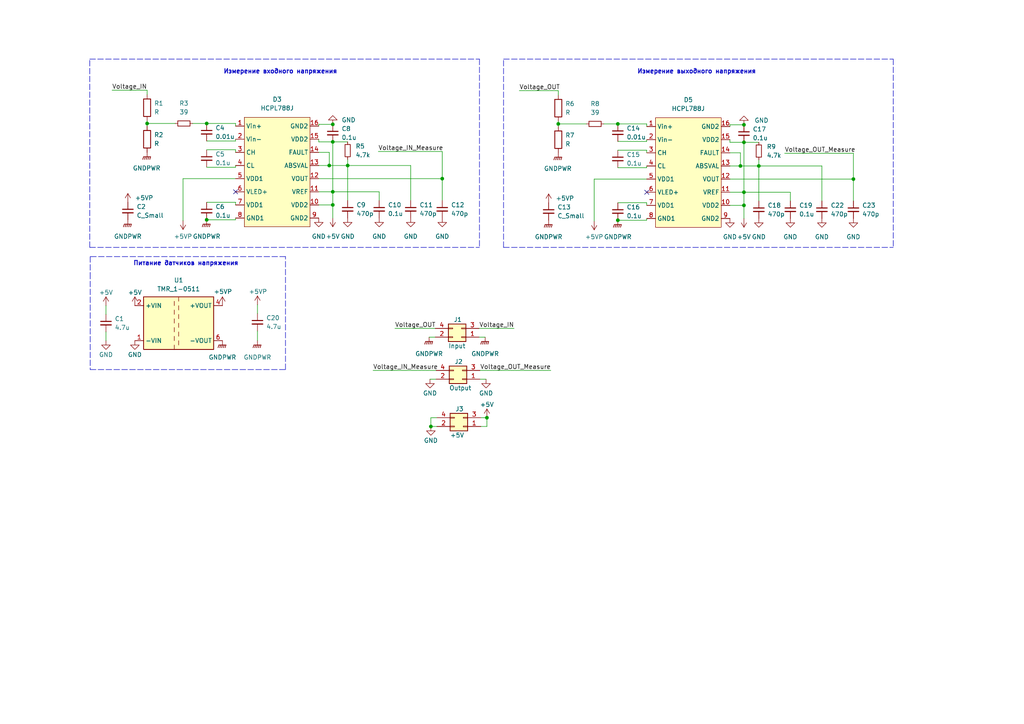
<source format=kicad_sch>
(kicad_sch (version 20211123) (generator eeschema)
  (paper "A4")
  (lib_symbols
    (symbol "Connector_Generic:Conn_02x02_Odd_Even" (pin_names (offset 1.016) hide)
      (property "Reference" "J" (at 1.27 2.54 0))
      (property "Value" "Conn_02x02_Odd_Even" (at 1.27 -5.08 0))
      (symbol "Conn_02x02_Odd_Even_1_1"
        (rectangle (start -1.27 -2.413) (end 0 -2.667) (stroke (width 0.1524)))
        (rectangle (start -1.27 0.127) (end 0 -0.127) (stroke (width 0.1524)))
        (rectangle (start -1.27 1.27) (end 3.81 -3.81) (stroke (width 0.254)) (fill (type background)))
        (rectangle (start 3.81 -2.413) (end 2.54 -2.667) (stroke (width 0.1524)))
        (rectangle (start 3.81 0.127) (end 2.54 -0.127) (stroke (width 0.1524)))
        (pin passive line (at -5.08 0 0) (length 3.81) (name "Pin_1") (number "1"))
        (pin passive line (at 7.62 0 180) (length 3.81) (name "Pin_2") (number "2"))
        (pin passive line (at -5.08 -2.54 0) (length 3.81) (name "Pin_3") (number "3"))
        (pin passive line (at 7.62 -2.54 180) (length 3.81) (name "Pin_4") (number "4"))
      )
    )
    (symbol "Device:C_Small" (pin_numbers hide) (pin_names (offset 0.254) hide)
      (property "Reference" "C" (at 0.254 1.778 0))
      (property "Value" "C_Small" (at 0.254 -2.032 0))
      (symbol "C_Small_0_1"
        (polyline (pts (xy -1.524 -0.508) (xy 1.524 -0.508)) (stroke (width 0.3302)))
        (polyline (pts (xy -1.524 0.508) (xy 1.524 0.508)) (stroke (width 0.3048)))
      )
      (symbol "C_Small_1_1"
        (pin passive line (at 0 2.54 270) (length 2.032) (name "~") (number "1"))
        (pin passive line (at 0 -2.54 90) (length 2.032) (name "~") (number "2"))
      )
    )
    (symbol "Device:R" (pin_numbers hide) (pin_names (offset 0))
      (property "Reference" "R" (at 2.032 0 90))
      (property "Value" "R" (at 0 0 90))
      (symbol "R_0_1"
        (rectangle (start -1.016 -2.54) (end 1.016 2.54) (stroke (width 0.254)))
      )
      (symbol "R_1_1"
        (pin passive line (at 0 3.81 270) (length 1.27) (name "~") (number "1"))
        (pin passive line (at 0 -3.81 90) (length 1.27) (name "~") (number "2"))
      )
    )
    (symbol "Device:R_Small" (pin_numbers hide) (pin_names (offset 0.254) hide)
      (property "Reference" "R" (at 0.762 0.508 0))
      (property "Value" "R_Small" (at 0.762 -1.016 0))
      (symbol "R_Small_0_1"
        (rectangle (start -0.762 1.778) (end 0.762 -1.778) (stroke (width 0.2032)))
      )
      (symbol "R_Small_1_1"
        (pin passive line (at 0 2.54 270) (length 0.762) (name "~") (number "1"))
        (pin passive line (at 0 -2.54 90) (length 0.762) (name "~") (number "2"))
      )
    )
    (symbol "HCPL:HCPL788J"
      (property "Reference" "D" (at 0 3.81 0))
      (property "Value" "HCPL788J" (at 0 1.27 0))
      (symbol "HCPL788J_0_1"
        (rectangle (start -10.16 0) (end 8.89 -31.75) (fill (type background)))
      )
      (symbol "HCPL788J_1_1"
        (pin input line (at -12.7 -2.54 0) (length 2.54) (name "Vin+") (number "1"))
        (pin input line (at 11.43 -25.4 180) (length 2.54) (name "VDD2") (number "10"))
        (pin input line (at 11.43 -21.59 180) (length 2.54) (name "VREF") (number "11"))
        (pin input line (at 11.43 -17.78 180) (length 2.54) (name "VOUT") (number "12"))
        (pin input line (at 11.43 -13.97 180) (length 2.54) (name "ABSVAL") (number "13"))
        (pin input line (at 11.43 -10.16 180) (length 2.54) (name "FAULT") (number "14"))
        (pin input line (at 11.43 -6.35 180) (length 2.54) (name "VDD2") (number "15"))
        (pin input line (at 11.43 -2.54 180) (length 2.54) (name "GND2") (number "16"))
        (pin input line (at -12.7 -6.35 0) (length 2.54) (name "Vin-") (number "2"))
        (pin input line (at -12.7 -10.16 0) (length 2.54) (name "CH") (number "3"))
        (pin input line (at -12.7 -13.97 0) (length 2.54) (name "CL") (number "4"))
        (pin input line (at -12.7 -17.78 0) (length 2.54) (name "VDD1") (number "5"))
        (pin input line (at -12.7 -21.59 0) (length 2.54) (name "VLED+") (number "6"))
        (pin input line (at -12.7 -25.4 0) (length 2.54) (name "VDD1") (number "7"))
        (pin input line (at -12.7 -29.21 0) (length 2.54) (name "GND1") (number "8"))
        (pin input line (at 11.43 -29.21 180) (length 2.54) (name "GND2") (number "9"))
      )
    )
    (symbol "Regulator_Switching:TMR_1-0511"
      (property "Reference" "U" (at -8.89 8.89 0))
      (property "Value" "TMR_1-0511" (at 10.16 8.89 0))
      (symbol "TMR_1-0511_0_1"
        (rectangle (start -10.16 7.62) (end 10.16 -7.62) (stroke (width 0.254)) (fill (type background)))
        (polyline (pts (xy -1.27 -7.62) (xy -1.27 -6.35)))
        (polyline (pts (xy -1.27 -5.08) (xy -1.27 -3.81)))
        (polyline (pts (xy -1.27 -2.54) (xy -1.27 -1.27)))
        (polyline (pts (xy -1.27 0) (xy -1.27 1.27)))
        (polyline (pts (xy -1.27 2.54) (xy -1.27 3.81)))
        (polyline (pts (xy -1.27 5.08) (xy -1.27 6.35)))
        (polyline (pts (xy 0 -5.08) (xy 0 -6.35)))
        (polyline (pts (xy 0 -2.54) (xy 0 -3.81)))
        (polyline (pts (xy 0 0) (xy 0 -1.27)))
        (polyline (pts (xy 0 2.54) (xy 0 1.27)))
        (polyline (pts (xy 0 5.08) (xy 0 3.81)))
        (polyline (pts (xy 0 7.62) (xy 0 6.35)))
      )
      (symbol "TMR_1-0511_1_1"
        (pin power_in line (at -12.7 -5.08 0) (length 2.54) (name "-VIN") (number "1"))
        (pin power_in line (at -12.7 5.08 0) (length 2.54) (name "+VIN") (number "2"))
        (pin power_out line (at 12.7 5.08 180) (length 2.54) (name "+VOUT") (number "4"))
        (pin power_out line (at 12.7 -5.08 180) (length 2.54) (name "-VOUT") (number "6"))
      )
    )
    (symbol "power:+5V" (power) (pin_names (offset 0))
      (property "Value" "+5V" (at 0 3.556 0))
      (symbol "+5V_0_1"
        (polyline (pts (xy -0.762 1.27) (xy 0 2.54)))
        (polyline (pts (xy 0 0) (xy 0 2.54)))
        (polyline (pts (xy 0 2.54) (xy 0.762 1.27)))
      )
      (symbol "+5V_1_1"
        (pin power_in line (at 0 0 90) (length 0) hide (name "+5V") (number "1"))
      )
    )
    (symbol "power:+5VP" (power) (pin_names (offset 0))
      (property "Value" "+5VP" (at 0 3.556 0))
      (symbol "+5VP_0_1"
        (polyline (pts (xy -0.762 1.27) (xy 0 2.54)))
        (polyline (pts (xy 0 0) (xy 0 2.54)))
        (polyline (pts (xy 0 2.54) (xy 0.762 1.27)))
      )
      (symbol "+5VP_1_1"
        (pin power_in line (at 0 0 90) (length 0) hide (name "+5VP") (number "1"))
      )
    )
    (symbol "power:GND" (power) (pin_names (offset 0))
      (property "Value" "GND" (at 0 -3.81 0))
      (symbol "GND_0_1"
        (polyline (pts (xy 0 0) (xy 0 -1.27) (xy 1.27 -1.27) (xy 0 -2.54) (xy -1.27 -1.27) (xy 0 -1.27)))
      )
      (symbol "GND_1_1"
        (pin power_in line (at 0 0 270) (length 0) hide (name "GND") (number "1"))
      )
    )
    (symbol "power:GNDPWR" (power) (pin_names (offset 0))
      (property "Value" "GNDPWR" (at 0 -3.302 0))
      (symbol "GNDPWR_0_1"
        (polyline (pts (xy 0 -1.27) (xy 0 0)))
        (polyline (pts (xy -1.016 -1.27) (xy -1.27 -2.032) (xy -1.27 -2.032)) (stroke (width 0.2032)))
        (polyline (pts (xy -0.508 -1.27) (xy -0.762 -2.032) (xy -0.762 -2.032)) (stroke (width 0.2032)))
        (polyline (pts (xy 0 -1.27) (xy -0.254 -2.032) (xy -0.254 -2.032)) (stroke (width 0.2032)))
        (polyline (pts (xy 0.508 -1.27) (xy 0.254 -2.032) (xy 0.254 -2.032)) (stroke (width 0.2032)))
        (polyline (pts (xy 1.016 -1.27) (xy -1.016 -1.27) (xy -1.016 -1.27)) (stroke (width 0.2032)))
        (polyline (pts (xy 1.016 -1.27) (xy 0.762 -2.032) (xy 0.762 -2.032) (xy 0.762 -2.032)) (stroke (width 0.2032)))
      )
      (symbol "GNDPWR_1_1"
        (pin power_in line (at 0 0 270) (length 0) hide (name "GNDPWR") (number "1"))
      )
    )
  )
  (junction (at 214.757 48.133))
  (junction (at 96.52 55.626))
  (junction (at 95.504 48.006))
  (junction (at 59.944 63.754))
  (junction (at 179.197 63.881))
  (junction (at 179.197 35.941))
  (junction (at 100.838 48.006))
  (junction (at 128.27 51.816))
  (junction (at 215.773 59.563))
  (junction (at 161.925 35.941))
  (junction (at 96.52 36.068))
  (junction (at 215.773 55.753))
  (junction (at 59.944 35.814))
  (junction (at 124.968 123.698))
  (junction (at 247.523 51.943))
  (junction (at 215.773 41.275))
  (junction (at 215.773 36.195))
  (junction (at 42.672 35.814))
  (junction (at 220.091 48.133))
  (junction (at 141.224 121.158))
  (junction (at 96.52 41.148))
  (junction (at 96.52 59.436))
  (no_connect (at 68.326 55.626))
  (no_connect (at 187.579 55.753))
  (wire (pts (xy 214.757 48.133) (xy 220.091 48.133)))
  (wire (pts (xy 215.773 55.753) (xy 215.773 59.563)))
  (wire (pts (xy 108.204 107.442) (xy 126.492 107.442)))
  (wire (pts (xy 211.709 51.943) (xy 247.523 51.943)))
  (wire (pts (xy 139.192 109.982) (xy 140.97 109.982)))
  (wire (pts (xy 68.326 48.514) (xy 68.326 48.006)))
  (wire (pts (xy 179.197 63.881) (xy 187.579 63.881)))
  (wire (pts (xy 100.838 48.006) (xy 119.126 48.006)))
  (wire (pts (xy 124.968 123.698) (xy 124.968 121.158)))
  (wire (pts (xy 109.728 43.942) (xy 128.27 43.942)))
  (wire (pts (xy 128.27 51.816) (xy 128.27 58.166)))
  (wire (pts (xy 95.504 48.006) (xy 100.838 48.006)))
  (wire (pts (xy 141.224 121.158) (xy 141.224 123.698)))
  (wire (pts (xy 220.091 46.355) (xy 220.091 48.133)))
  (wire (pts (xy 100.838 48.006) (xy 100.838 58.166)))
  (wire (pts (xy 179.197 58.801) (xy 187.579 58.801)))
  (wire (pts (xy 175.133 35.941) (xy 179.197 35.941)))
  (wire (pts (xy 68.326 35.814) (xy 68.326 36.576)))
  (wire (pts (xy 53.086 64.008) (xy 53.086 51.816)))
  (polyline (pts (xy 26.035 71.755) (xy 26.035 17.145)))
  (wire (pts (xy 32.512 26.162) (xy 42.672 26.162)))
  (wire (pts (xy 42.672 35.814) (xy 42.672 36.576)))
  (wire (pts (xy 30.734 96.266) (xy 30.734 98.806)))
  (wire (pts (xy 161.925 35.941) (xy 170.053 35.941)))
  (wire (pts (xy 161.925 26.289) (xy 161.925 27.559)))
  (wire (pts (xy 68.326 63.754) (xy 68.326 63.246)))
  (wire (pts (xy 139.446 121.158) (xy 141.224 121.158)))
  (wire (pts (xy 128.27 43.942) (xy 128.27 51.816)))
  (wire (pts (xy 92.456 59.436) (xy 96.52 59.436)))
  (wire (pts (xy 247.523 51.943) (xy 247.523 58.293)))
  (wire (pts (xy 215.773 59.563) (xy 215.773 63.373)))
  (polyline (pts (xy 146.05 17.145) (xy 259.08 17.145)))
  (wire (pts (xy 95.504 44.196) (xy 95.504 48.006)))
  (wire (pts (xy 59.944 35.814) (xy 68.326 35.814)))
  (wire (pts (xy 215.773 41.275) (xy 215.773 55.753)))
  (wire (pts (xy 59.944 58.674) (xy 68.326 58.674)))
  (wire (pts (xy 161.925 35.179) (xy 161.925 35.941)))
  (polyline (pts (xy 26.035 17.145) (xy 139.065 17.145)))
  (wire (pts (xy 139.192 107.442) (xy 159.766 107.442)))
  (wire (pts (xy 68.326 40.894) (xy 68.326 40.386)))
  (wire (pts (xy 59.944 40.894) (xy 68.326 40.894)))
  (wire (pts (xy 138.938 97.79) (xy 140.716 97.79)))
  (wire (pts (xy 126.492 109.982) (xy 124.714 109.982)))
  (wire (pts (xy 96.52 36.068) (xy 92.456 36.068)))
  (wire (pts (xy 96.52 55.626) (xy 109.982 55.626)))
  (wire (pts (xy 96.52 41.148) (xy 100.838 41.148)))
  (wire (pts (xy 187.579 41.021) (xy 187.579 40.513)))
  (wire (pts (xy 109.982 55.626) (xy 109.982 58.166)))
  (wire (pts (xy 211.709 48.133) (xy 214.757 48.133)))
  (wire (pts (xy 139.446 123.698) (xy 141.224 123.698)))
  (wire (pts (xy 220.091 48.133) (xy 220.091 58.293)))
  (wire (pts (xy 68.326 43.434) (xy 68.326 44.196)))
  (wire (pts (xy 92.456 44.196) (xy 95.504 44.196)))
  (wire (pts (xy 172.339 64.135) (xy 172.339 51.943)))
  (polyline (pts (xy 259.08 17.145) (xy 259.08 71.755)))
  (polyline (pts (xy 82.804 74.422) (xy 26.162 74.422)))
  (wire (pts (xy 59.944 43.434) (xy 68.326 43.434)))
  (wire (pts (xy 211.709 59.563) (xy 215.773 59.563)))
  (wire (pts (xy 114.554 95.25) (xy 126.238 95.25)))
  (wire (pts (xy 214.757 44.323) (xy 214.757 48.133)))
  (wire (pts (xy 92.456 48.006) (xy 95.504 48.006)))
  (wire (pts (xy 68.326 58.674) (xy 68.326 59.436)))
  (wire (pts (xy 215.773 55.753) (xy 229.235 55.753)))
  (wire (pts (xy 161.925 35.941) (xy 161.925 36.703)))
  (wire (pts (xy 211.709 44.323) (xy 214.757 44.323)))
  (wire (pts (xy 74.676 96.012) (xy 74.676 98.806)))
  (wire (pts (xy 138.938 95.25) (xy 149.098 95.25)))
  (polyline (pts (xy 26.162 79.248) (xy 26.162 107.188)))
  (wire (pts (xy 59.944 63.754) (xy 68.326 63.754)))
  (wire (pts (xy 42.672 35.052) (xy 42.672 35.814)))
  (polyline (pts (xy 146.05 71.755) (xy 146.05 17.145)))
  (wire (pts (xy 92.456 51.816) (xy 128.27 51.816)))
  (wire (pts (xy 42.672 26.162) (xy 42.672 27.432)))
  (wire (pts (xy 96.52 41.148) (xy 92.456 41.148)))
  (polyline (pts (xy 26.035 71.755) (xy 139.065 71.755)))
  (wire (pts (xy 119.126 48.006) (xy 119.126 58.166)))
  (wire (pts (xy 96.52 59.436) (xy 96.52 63.246)))
  (wire (pts (xy 220.091 48.133) (xy 238.379 48.133)))
  (wire (pts (xy 124.968 121.158) (xy 126.746 121.158)))
  (wire (pts (xy 92.456 55.626) (xy 96.52 55.626)))
  (wire (pts (xy 96.52 41.148) (xy 96.52 55.626)))
  (wire (pts (xy 92.456 41.148) (xy 92.456 40.386)))
  (wire (pts (xy 238.379 48.133) (xy 238.379 58.293)))
  (wire (pts (xy 187.579 63.881) (xy 187.579 63.373)))
  (polyline (pts (xy 82.804 107.188) (xy 82.804 74.422)))
  (wire (pts (xy 179.197 43.561) (xy 187.579 43.561)))
  (wire (pts (xy 150.622 26.289) (xy 161.925 26.289)))
  (wire (pts (xy 74.676 88.392) (xy 74.676 90.932)))
  (wire (pts (xy 179.197 35.941) (xy 187.579 35.941)))
  (wire (pts (xy 179.197 48.641) (xy 187.579 48.641)))
  (wire (pts (xy 172.339 51.943) (xy 187.579 51.943)))
  (wire (pts (xy 215.773 41.275) (xy 220.091 41.275)))
  (wire (pts (xy 59.944 48.514) (xy 68.326 48.514)))
  (polyline (pts (xy 26.162 74.422) (xy 26.162 79.248)))
  (wire (pts (xy 187.579 35.941) (xy 187.579 36.703)))
  (wire (pts (xy 30.734 88.646) (xy 30.734 91.186)))
  (wire (pts (xy 53.086 51.816) (xy 68.326 51.816)))
  (wire (pts (xy 187.579 43.561) (xy 187.579 44.323)))
  (polyline (pts (xy 139.065 17.145) (xy 139.065 71.755)))
  (wire (pts (xy 215.773 41.275) (xy 211.709 41.275)))
  (polyline (pts (xy 26.162 107.188) (xy 82.804 107.188)))
  (wire (pts (xy 211.709 55.753) (xy 215.773 55.753)))
  (wire (pts (xy 211.709 41.275) (xy 211.709 40.513)))
  (wire (pts (xy 100.838 46.228) (xy 100.838 48.006)))
  (wire (pts (xy 187.579 58.801) (xy 187.579 59.563)))
  (wire (pts (xy 211.709 36.195) (xy 211.709 36.703)))
  (wire (pts (xy 126.746 123.698) (xy 124.968 123.698)))
  (wire (pts (xy 96.52 55.626) (xy 96.52 59.436)))
  (wire (pts (xy 42.672 35.814) (xy 50.8 35.814)))
  (wire (pts (xy 179.197 41.021) (xy 187.579 41.021)))
  (wire (pts (xy 126.238 97.79) (xy 124.46 97.79)))
  (wire (pts (xy 229.235 55.753) (xy 229.235 58.293)))
  (wire (pts (xy 215.773 36.195) (xy 211.709 36.195)))
  (wire (pts (xy 247.523 44.45) (xy 247.523 51.943)))
  (polyline (pts (xy 146.05 71.755) (xy 259.08 71.755)))
  (wire (pts (xy 55.88 35.814) (xy 59.944 35.814)))
  (wire (pts (xy 187.579 48.641) (xy 187.579 48.133)))
  (wire (pts (xy 92.456 36.068) (xy 92.456 36.576)))
  (wire (pts (xy 227.584 44.45) (xy 247.523 44.45)))
  (text "Питание датчиков напряжения" (at 38.608 77.216 0) (effects (font (size 1.27 1.27) (thickness 0.254) bold) (justify left bottom)))
  (text "Измерение входного напряжения" (at 64.77 21.59 0) (effects (font (size 1.27 1.27) (thickness 0.254) bold) (justify left bottom)))
  (text "Измерение выходного напряжения" (at 184.785 21.59 0) (effects (font (size 1.27 1.27) (thickness 0.254) bold) (justify left bottom)))
  (label "Voltage_IN" (at 32.512 26.162 0))
  (label "Voltage_OUT" (at 150.622 26.289 0))
  (label "Voltage_IN_Measure" (at 109.728 43.942 0))
  (label "Voltage_IN_Measure" (at 108.204 107.442 0))
  (label "Voltage_OUT_Measure" (at 227.584 44.45 0))
  (label "Voltage_OUT" (at 114.554 95.25 0))
  (label "Voltage_OUT_Measure" (at 159.766 107.442 180))
  (label "Voltage_IN" (at 149.098 95.25 180))
  (symbol (lib_id "Device:R") (at 161.925 31.369 0) (unit 1)
    (property "Reference" "R6" (at 163.957 30.0989 0) (effects (justify left)))
    (property "Value" "R" (at 163.957 32.6389 0) (effects (justify left)))
    (property "Footprint" "Resistor_SMD:R_2512_6332Metric_Pad1.40x3.35mm_HandSolder" (effects hide))
  )
  (symbol (lib_id "HCPL:HCPL788J") (at 200.279 34.163 0) (unit 1)
    (property "Reference" "D5" (at 199.644 28.956 0))
    (property "Value" "HCPL788J" (at 199.644 31.496 0))
    (property "Footprint" "Package_SO:SOIC-16W_7.5x10.3mm_P1.27mm" (effects hide))
  )
  (symbol (lib_id "power:GND") (at 140.97 109.982 0) (unit 1)
    (property "Reference" "#PWR0103" (effects hide))
    (property "Value" "GND" (at 140.97 114.046 0))
  )
  (symbol (lib_id "Device:R") (at 161.925 40.513 0) (unit 1)
    (property "Reference" "R7" (at 163.957 39.2429 0) (effects (justify left)))
    (property "Value" "R" (at 163.957 41.7829 0) (effects (justify left)))
    (property "Footprint" "Resistor_SMD:R_2512_6332Metric_Pad1.40x3.35mm_HandSolder" (effects hide))
  )
  (symbol (lib_id "power:GNDPWR") (at 59.944 63.754 0) (unit 1)
    (property "Reference" "#PWR010" (effects hide))
    (property "Value" "GNDPWR" (at 59.944 68.58 0))
  )
  (symbol (lib_id "Device:C_Small") (at 109.982 60.706 0) (unit 1)
    (property "Reference" "C10" (at 112.522 59.4422 0) (effects (justify left)))
    (property "Value" "0.1u" (at 112.522 61.9822 0) (effects (justify left)))
    (property "Footprint" "Capacitor_SMD:C_0805_2012Metric_Pad1.18x1.45mm_HandSolder" (effects hide))
  )
  (symbol (lib_id "power:GNDPWR") (at 64.516 98.806 0) (unit 1)
    (property "Reference" "#PWR029" (effects hide))
    (property "Value" "GNDPWR" (at 64.516 103.632 0))
  )
  (symbol (lib_id "Device:C_Small") (at 59.944 38.354 0) (unit 1)
    (property "Reference" "C4" (at 62.484 37.0902 0) (effects (justify left)))
    (property "Value" "0.01u" (at 62.484 39.6302 0) (effects (justify left)))
    (property "Footprint" "Capacitor_SMD:C_0805_2012Metric_Pad1.18x1.45mm_HandSolder" (effects hide))
  )
  (symbol (lib_id "power:+5V") (at 215.773 63.373 180) (unit 1)
    (property "Reference" "#PWR043" (effects hide))
    (property "Value" "+5V" (at 215.773 68.707 0))
  )
  (symbol (lib_id "power:GND") (at 96.52 36.068 180) (unit 1)
    (property "Reference" "#PWR015" (effects hide))
    (property "Value" "GND" (at 99.06 34.7979 0) (effects (justify right)))
  )
  (symbol (lib_id "Device:C_Small") (at 59.944 61.214 0) (unit 1)
    (property "Reference" "C6" (at 62.484 59.9502 0) (effects (justify left)))
    (property "Value" "0.1u" (at 62.484 62.4902 0) (effects (justify left)))
    (property "Footprint" "Capacitor_SMD:C_0805_2012Metric_Pad1.18x1.45mm_HandSolder" (effects hide))
  )
  (symbol (lib_id "Device:R_Small") (at 172.593 35.941 90) (unit 1)
    (property "Reference" "R8" (at 172.593 30.099 90))
    (property "Value" "39" (at 172.593 32.639 90))
    (property "Footprint" "Resistor_SMD:R_0805_2012Metric_Pad1.20x1.40mm_HandSolder" (effects hide))
  )
  (symbol (lib_id "Device:C_Small") (at 159.131 61.341 0) (unit 1)
    (property "Reference" "C13" (at 161.671 60.0772 0) (effects (justify left)))
    (property "Value" "C_Small" (at 161.671 62.6172 0) (effects (justify left)))
    (property "Footprint" "Capacitor_SMD:C_0805_2012Metric_Pad1.18x1.45mm_HandSolder" (effects hide))
  )
  (symbol (lib_id "Device:C_Small") (at 30.734 93.726 0) (unit 1)
    (property "Reference" "C1" (at 33.274 92.4622 0) (effects (justify left)))
    (property "Value" "4.7u" (at 33.274 95.0022 0) (effects (justify left)))
    (property "Footprint" "Capacitor_SMD:C_1210_3225Metric_Pad1.33x2.70mm_HandSolder" (effects hide))
  )
  (symbol (lib_id "Device:C_Small") (at 128.27 60.706 0) (unit 1)
    (property "Reference" "C12" (at 130.81 59.4422 0) (effects (justify left)))
    (property "Value" "470p" (at 130.81 61.9822 0) (effects (justify left)))
    (property "Footprint" "Capacitor_SMD:C_0805_2012Metric_Pad1.18x1.45mm_HandSolder" (effects hide))
  )
  (symbol (lib_id "Device:C_Small") (at 247.523 60.833 0) (unit 1)
    (property "Reference" "C23" (at 250.063 59.5692 0) (effects (justify left)))
    (property "Value" "470p" (at 250.063 62.1092 0) (effects (justify left)))
    (property "Footprint" "Capacitor_SMD:C_0805_2012Metric_Pad1.18x1.45mm_HandSolder" (effects hide))
  )
  (symbol (lib_id "power:GNDPWR") (at 159.131 63.881 0) (unit 1)
    (property "Reference" "#PWR022" (effects hide))
    (property "Value" "GNDPWR" (at 159.131 68.707 0))
  )
  (symbol (lib_id "Device:R") (at 42.672 40.386 0) (unit 1)
    (property "Reference" "R2" (at 44.704 39.1159 0) (effects (justify left)))
    (property "Value" "R" (at 44.704 41.6559 0) (effects (justify left)))
    (property "Footprint" "Resistor_SMD:R_2512_6332Metric_Pad1.40x3.35mm_HandSolder" (effects hide))
  )
  (symbol (lib_id "power:GND") (at 109.982 63.246 0) (unit 1)
    (property "Reference" "#PWR018" (effects hide))
    (property "Value" "GND" (at 109.982 68.58 0))
  )
  (symbol (lib_id "power:GNDPWR") (at 42.672 44.196 0) (unit 1)
    (property "Reference" "#PWR06" (effects hide))
    (property "Value" "GNDPWR" (at 42.545 48.768 0))
  )
  (symbol (lib_id "power:GND") (at 119.126 63.246 0) (unit 1)
    (property "Reference" "#PWR019" (effects hide))
    (property "Value" "GND" (at 119.126 68.58 0))
  )
  (symbol (lib_id "power:+5VP") (at 172.339 64.135 180) (unit 1)
    (property "Reference" "#PWR024" (effects hide))
    (property "Value" "+5VP" (at 172.339 68.707 0))
  )
  (symbol (lib_id "Device:C_Small") (at 100.838 60.706 0) (unit 1)
    (property "Reference" "C9" (at 103.378 59.4422 0) (effects (justify left)))
    (property "Value" "470p" (at 103.378 61.9822 0) (effects (justify left)))
    (property "Footprint" "Capacitor_SMD:C_0805_2012Metric_Pad1.18x1.45mm_HandSolder" (effects hide))
  )
  (symbol (lib_id "Device:C_Small") (at 238.379 60.833 0) (unit 1)
    (property "Reference" "C22" (at 240.919 59.5692 0) (effects (justify left)))
    (property "Value" "470p" (at 240.919 62.1092 0) (effects (justify left)))
    (property "Footprint" "Capacitor_SMD:C_0805_2012Metric_Pad1.18x1.45mm_HandSolder" (effects hide))
  )
  (symbol (lib_id "Regulator_Switching:TMR_1-0511") (at 51.816 93.726 0) (unit 1)
    (property "Reference" "U1" (at 51.816 81.28 0))
    (property "Value" "TMR_1-0511" (at 51.816 83.82 0))
    (property "Footprint" "Converter_DCDC:Converter_DCDC_TRACO_TMR-1-xxxx_Single_THT" (effects hide))
    (property "Datasheet" "http://assets.tracopower.com/TMR1/documents/tmr1-datasheet.pdf" (effects hide))
  )
  (symbol (lib_id "Device:C_Small") (at 215.773 38.735 0) (unit 1)
    (property "Reference" "C17" (at 218.313 37.4712 0) (effects (justify left)))
    (property "Value" "0.1u" (at 218.313 40.0112 0) (effects (justify left)))
    (property "Footprint" "Capacitor_SMD:C_0805_2012Metric_Pad1.18x1.45mm_HandSolder" (effects hide))
  )
  (symbol (lib_id "power:GND") (at 247.523 63.373 0) (unit 1)
    (property "Reference" "#PWR050" (effects hide))
    (property "Value" "GND" (at 247.523 68.707 0))
  )
  (symbol (lib_id "power:GNDPWR") (at 179.197 63.881 0) (unit 1)
    (property "Reference" "#PWR025" (effects hide))
    (property "Value" "GNDPWR" (at 179.197 68.707 0))
  )
  (symbol (lib_id "Device:C_Small") (at 179.197 46.101 0) (unit 1)
    (property "Reference" "C15" (at 181.737 44.8372 0) (effects (justify left)))
    (property "Value" "0.1u" (at 181.737 47.3772 0) (effects (justify left)))
    (property "Footprint" "Capacitor_SMD:C_0805_2012Metric_Pad1.18x1.45mm_HandSolder" (effects hide))
  )
  (symbol (lib_id "Device:C_Small") (at 220.091 60.833 0) (unit 1)
    (property "Reference" "C18" (at 222.631 59.5692 0) (effects (justify left)))
    (property "Value" "470p" (at 222.631 62.1092 0) (effects (justify left)))
    (property "Footprint" "Capacitor_SMD:C_0805_2012Metric_Pad1.18x1.45mm_HandSolder" (effects hide))
  )
  (symbol (lib_id "power:GND") (at 211.709 63.373 0) (unit 1)
    (property "Reference" "#PWR026" (effects hide))
    (property "Value" "GND" (at 211.709 68.707 0))
  )
  (symbol (lib_id "Device:C_Small") (at 179.197 38.481 0) (unit 1)
    (property "Reference" "C14" (at 181.737 37.2172 0) (effects (justify left)))
    (property "Value" "0.01u" (at 181.737 39.7572 0) (effects (justify left)))
    (property "Footprint" "Capacitor_SMD:C_0805_2012Metric_Pad1.18x1.45mm_HandSolder" (effects hide))
  )
  (symbol (lib_id "power:GND") (at 124.968 123.698 0) (unit 1)
    (property "Reference" "#PWR012" (effects hide))
    (property "Value" "GND" (at 124.968 127.762 0))
  )
  (symbol (lib_id "power:GNDPWR") (at 37.084 63.754 0) (unit 1)
    (property "Reference" "#PWR05" (effects hide))
    (property "Value" "GNDPWR" (at 37.084 68.58 0))
  )
  (symbol (lib_id "Device:R_Small") (at 220.091 43.815 0) (unit 1)
    (property "Reference" "R9" (at 222.377 42.5449 0) (effects (justify left)))
    (property "Value" "4.7k" (at 222.377 45.0849 0) (effects (justify left)))
    (property "Footprint" "Resistor_SMD:R_0805_2012Metric_Pad1.20x1.40mm_HandSolder" (effects hide))
  )
  (symbol (lib_id "power:+5VP") (at 64.516 88.646 0) (unit 1)
    (property "Reference" "#PWR028" (effects hide))
    (property "Value" "+5VP" (at 61.976 84.582 0) (effects (justify left)))
  )
  (symbol (lib_id "power:+5VP") (at 53.086 64.008 180) (unit 1)
    (property "Reference" "#PWR07" (effects hide))
    (property "Value" "+5VP" (at 53.086 68.58 0))
  )
  (symbol (lib_id "power:GND") (at 92.456 63.246 0) (unit 1)
    (property "Reference" "#PWR014" (effects hide))
    (property "Value" "GND" (at 92.456 68.58 0))
  )
  (symbol (lib_id "power:GND") (at 229.235 63.373 0) (unit 1)
    (property "Reference" "#PWR045" (effects hide))
    (property "Value" "GND" (at 229.235 68.707 0))
  )
  (symbol (lib_id "power:GNDPWR") (at 140.716 97.79 0) (unit 1)
    (property "Reference" "#PWR08" (effects hide))
    (property "Value" "GNDPWR" (at 140.716 102.616 0))
  )
  (symbol (lib_id "power:+5V") (at 30.734 88.646 0) (unit 1)
    (property "Reference" "#PWR01" (effects hide))
    (property "Value" "+5V" (at 28.702 84.836 0) (effects (justify left)))
  )
  (symbol (lib_id "power:GNDPWR") (at 74.676 98.806 0) (unit 1)
    (property "Reference" "#PWR031" (effects hide))
    (property "Value" "GNDPWR" (at 74.676 103.632 0))
  )
  (symbol (lib_id "HCPL:HCPL788J") (at 81.026 34.036 0) (unit 1)
    (property "Reference" "D3" (at 80.391 28.829 0))
    (property "Value" "HCPL788J" (at 80.391 31.369 0))
    (property "Footprint" "Package_SO:SOIC-16W_7.5x10.3mm_P1.27mm" (effects hide))
  )
  (symbol (lib_id "Device:C_Small") (at 74.676 93.472 0) (unit 1)
    (property "Reference" "C20" (at 77.216 92.2082 0) (effects (justify left)))
    (property "Value" "4.7u" (at 77.216 94.7482 0) (effects (justify left)))
    (property "Footprint" "Capacitor_SMD:C_1210_3225Metric_Pad1.33x2.70mm_HandSolder" (effects hide))
  )
  (symbol (lib_id "Device:R") (at 42.672 31.242 0) (unit 1)
    (property "Reference" "R1" (at 44.704 29.9719 0) (effects (justify left)))
    (property "Value" "R" (at 44.704 32.5119 0) (effects (justify left)))
    (property "Footprint" "Resistor_SMD:R_2512_6332Metric_Pad1.40x3.35mm_HandSolder" (effects hide))
  )
  (symbol (lib_id "power:GND") (at 220.091 63.373 0) (unit 1)
    (property "Reference" "#PWR044" (effects hide))
    (property "Value" "GND" (at 220.091 68.707 0))
  )
  (symbol (lib_id "power:GNDPWR") (at 124.46 97.79 0) (unit 1)
    (property "Reference" "#PWR0101" (effects hide))
    (property "Value" "GNDPWR" (at 124.46 102.616 0))
  )
  (symbol (lib_id "power:+5V") (at 96.52 63.246 180) (unit 1)
    (property "Reference" "#PWR016" (effects hide))
    (property "Value" "+5V" (at 96.52 68.58 0))
  )
  (symbol (lib_id "power:GND") (at 39.116 98.806 0) (unit 1)
    (property "Reference" "#PWR027" (effects hide))
    (property "Value" "GND" (at 39.116 102.87 0))
  )
  (symbol (lib_id "power:GND") (at 100.838 63.246 0) (unit 1)
    (property "Reference" "#PWR017" (effects hide))
    (property "Value" "GND" (at 100.838 68.58 0))
  )
  (symbol (lib_id "Connector_Generic:Conn_02x02_Odd_Even") (at 133.858 97.79 180) (unit 1)
    (property "Reference" "J1" (at 131.572 92.71 0) (effects (justify right)))
    (property "Value" "Input" (at 130.048 100.33 0) (effects (justify right)))
    (property "Footprint" "Connector_Molex:Molex_Micro-Fit_3.0_43045-0400_2x02_P3.00mm_Horizontal" (effects hide))
  )
  (symbol (lib_id "power:+5V") (at 141.224 121.158 0) (unit 1)
    (property "Reference" "#PWR011" (effects hide))
    (property "Value" "+5V" (at 139.192 117.348 0) (effects (justify left)))
  )
  (symbol (lib_id "Device:C_Small") (at 96.52 38.608 0) (unit 1)
    (property "Reference" "C8" (at 99.06 37.3442 0) (effects (justify left)))
    (property "Value" "0.1u" (at 99.06 39.8842 0) (effects (justify left)))
    (property "Footprint" "Capacitor_SMD:C_0805_2012Metric_Pad1.18x1.45mm_HandSolder" (effects hide))
  )
  (symbol (lib_id "power:+5VP") (at 37.084 58.674 0) (unit 1)
    (property "Reference" "#PWR04" (effects hide))
    (property "Value" "+5VP" (at 39.116 57.4039 0) (effects (justify left)))
  )
  (symbol (lib_id "power:GND") (at 238.379 63.373 0) (unit 1)
    (property "Reference" "#PWR049" (effects hide))
    (property "Value" "GND" (at 238.379 68.707 0))
  )
  (symbol (lib_id "Device:C_Small") (at 59.944 45.974 0) (unit 1)
    (property "Reference" "C5" (at 62.484 44.7102 0) (effects (justify left)))
    (property "Value" "0.1u" (at 62.484 47.2502 0) (effects (justify left)))
    (property "Footprint" "Capacitor_SMD:C_0805_2012Metric_Pad1.18x1.45mm_HandSolder" (effects hide))
  )
  (symbol (lib_id "power:GND") (at 30.734 98.806 0) (unit 1)
    (property "Reference" "#PWR02" (effects hide))
    (property "Value" "GND" (at 30.734 102.87 0))
  )
  (symbol (lib_id "power:+5V") (at 39.116 88.646 0) (unit 1)
    (property "Reference" "#PWR03" (effects hide))
    (property "Value" "+5V" (at 37.084 84.836 0) (effects (justify left)))
  )
  (symbol (lib_id "Device:C_Small") (at 37.084 61.214 0) (unit 1)
    (property "Reference" "C2" (at 39.624 59.9502 0) (effects (justify left)))
    (property "Value" "C_Small" (at 39.624 62.4902 0) (effects (justify left)))
    (property "Footprint" "Capacitor_SMD:C_0805_2012Metric_Pad1.18x1.45mm_HandSolder" (effects hide))
  )
  (symbol (lib_id "Device:R_Small") (at 100.838 43.688 0) (unit 1)
    (property "Reference" "R5" (at 103.124 42.4179 0) (effects (justify left)))
    (property "Value" "4.7k" (at 103.124 44.9579 0) (effects (justify left)))
    (property "Footprint" "Resistor_SMD:R_0805_2012Metric_Pad1.20x1.40mm_HandSolder" (effects hide))
  )
  (symbol (lib_id "Device:C_Small") (at 119.126 60.706 0) (unit 1)
    (property "Reference" "C11" (at 121.666 59.4422 0) (effects (justify left)))
    (property "Value" "470p" (at 121.666 61.9822 0) (effects (justify left)))
    (property "Footprint" "Capacitor_SMD:C_0805_2012Metric_Pad1.18x1.45mm_HandSolder" (effects hide))
  )
  (symbol (lib_id "power:+5VP") (at 159.131 58.801 0) (unit 1)
    (property "Reference" "#PWR021" (effects hide))
    (property "Value" "+5VP" (at 161.163 57.5309 0) (effects (justify left)))
  )
  (symbol (lib_id "Connector_Generic:Conn_02x02_Odd_Even") (at 134.366 123.698 180) (unit 1)
    (property "Reference" "J3" (at 132.08 118.618 0) (effects (justify right)))
    (property "Value" "+5V" (at 130.556 126.238 0) (effects (justify right)))
    (property "Footprint" "Connector_Molex:Molex_Micro-Fit_3.0_43045-0400_2x02_P3.00mm_Horizontal" (effects hide))
  )
  (symbol (lib_id "Device:C_Small") (at 229.235 60.833 0) (unit 1)
    (property "Reference" "C19" (at 231.775 59.5692 0) (effects (justify left)))
    (property "Value" "0.1u" (at 231.775 62.1092 0) (effects (justify left)))
    (property "Footprint" "Capacitor_SMD:C_0805_2012Metric_Pad1.18x1.45mm_HandSolder" (effects hide))
  )
  (symbol (lib_id "Device:R_Small") (at 53.34 35.814 90) (unit 1)
    (property "Reference" "R3" (at 53.34 29.972 90))
    (property "Value" "39" (at 53.34 32.512 90))
    (property "Footprint" "Resistor_SMD:R_0805_2012Metric_Pad1.20x1.40mm_HandSolder" (effects hide))
  )
  (symbol (lib_id "power:+5VP") (at 74.676 88.392 0) (unit 1)
    (property "Reference" "#PWR030" (effects hide))
    (property "Value" "+5VP" (at 72.136 84.582 0) (effects (justify left)))
  )
  (symbol (lib_id "power:GND") (at 128.27 63.246 0) (unit 1)
    (property "Reference" "#PWR020" (effects hide))
    (property "Value" "GND" (at 128.27 68.58 0))
  )
  (symbol (lib_id "power:GND") (at 215.773 36.195 180) (unit 1)
    (property "Reference" "#PWR042" (effects hide))
    (property "Value" "GND" (at 218.821 34.9249 0) (effects (justify right)))
  )
  (symbol (lib_id "power:GNDPWR") (at 161.925 44.323 0) (unit 1)
    (property "Reference" "#PWR023" (effects hide))
    (property "Value" "GNDPWR" (at 161.798 48.895 0))
  )
  (symbol (lib_id "Connector_Generic:Conn_02x02_Odd_Even") (at 134.112 109.982 180) (unit 1)
    (property "Reference" "J2" (at 131.826 104.902 0) (effects (justify right)))
    (property "Value" "Output" (at 130.302 112.522 0) (effects (justify right)))
    (property "Footprint" "Connector_Molex:Molex_Micro-Fit_3.0_43045-0400_2x02_P3.00mm_Horizontal" (effects hide))
  )
  (symbol (lib_id "power:GND") (at 124.714 109.982 0) (unit 1)
    (property "Reference" "#PWR0102" (effects hide))
    (property "Value" "GND" (at 124.714 114.046 0))
  )
  (symbol (lib_id "Device:C_Small") (at 179.197 61.341 0) (unit 1)
    (property "Reference" "C16" (at 181.737 60.0772 0) (effects (justify left)))
    (property "Value" "0.1u" (at 181.737 62.6172 0) (effects (justify left)))
    (property "Footprint" "Capacitor_SMD:C_0805_2012Metric_Pad1.18x1.45mm_HandSolder" (effects hide))
  )
)
</source>
